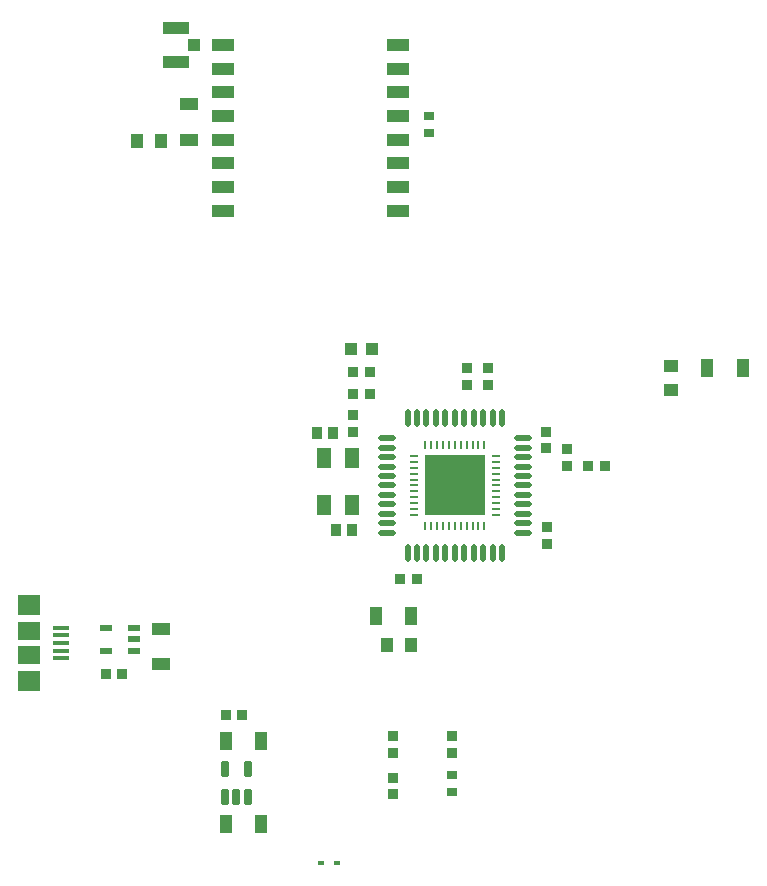
<source format=gtp>
G04*
G04 #@! TF.GenerationSoftware,Altium Limited,Altium Designer,20.2.7 (254)*
G04*
G04 Layer_Color=8421504*
%FSLAX25Y25*%
%MOIN*%
G70*
G04*
G04 #@! TF.SameCoordinates,A4FD2F15-25C4-4B7E-ACC4-4C6BACDD2ABF*
G04*
G04*
G04 #@! TF.FilePolarity,Positive*
G04*
G01*
G75*
%ADD15R,0.03937X0.06299*%
%ADD16R,0.04921X0.03937*%
%ADD17R,0.04724X0.07087*%
%ADD18R,0.03543X0.03937*%
%ADD19R,0.03347X0.03347*%
%ADD20R,0.03150X0.00984*%
%ADD21R,0.00984X0.03150*%
%ADD22O,0.02165X0.05906*%
%ADD23O,0.05906X0.02165*%
%ADD24R,0.20079X0.20079*%
%ADD25R,0.03543X0.02756*%
%ADD26R,0.03347X0.03347*%
%ADD27R,0.03937X0.04921*%
%ADD28R,0.01968X0.01575*%
G04:AMPARAMS|DCode=29|XSize=23.62mil|YSize=53.15mil|CornerRadius=1.77mil|HoleSize=0mil|Usage=FLASHONLY|Rotation=0.000|XOffset=0mil|YOffset=0mil|HoleType=Round|Shape=RoundedRectangle|*
%AMROUNDEDRECTD29*
21,1,0.02362,0.04961,0,0,0.0*
21,1,0.02008,0.05315,0,0,0.0*
1,1,0.00354,0.01004,-0.02480*
1,1,0.00354,-0.01004,-0.02480*
1,1,0.00354,-0.01004,0.02480*
1,1,0.00354,0.01004,0.02480*
%
%ADD29ROUNDEDRECTD29*%
%ADD30R,0.06299X0.03937*%
%ADD31R,0.03937X0.02362*%
%ADD32R,0.07480X0.07087*%
%ADD33R,0.07480X0.05906*%
%ADD34R,0.05315X0.01575*%
%ADD35R,0.07677X0.04134*%
%ADD36R,0.08661X0.04134*%
%ADD37R,0.04134X0.03937*%
%ADD38R,0.03937X0.03937*%
D15*
X243701Y179921D02*
D03*
X231890D02*
D03*
X121295Y97137D02*
D03*
X133106D02*
D03*
X83106Y27846D02*
D03*
X71295D02*
D03*
X83106Y55405D02*
D03*
X71295D02*
D03*
D16*
X219685Y180315D02*
D03*
Y172441D02*
D03*
D17*
X103972Y134145D02*
D03*
Y149893D02*
D03*
X113421D02*
D03*
Y134145D02*
D03*
D18*
X113323Y125877D02*
D03*
X108008D02*
D03*
X101673Y158268D02*
D03*
X106988D02*
D03*
D19*
X113815Y164067D02*
D03*
Y158555D02*
D03*
X151610Y174303D02*
D03*
Y179815D02*
D03*
X158697Y174303D02*
D03*
Y179815D02*
D03*
X146850Y51468D02*
D03*
Y56980D02*
D03*
X127165Y51468D02*
D03*
X127165Y56980D02*
D03*
X127165Y37795D02*
D03*
Y43307D02*
D03*
X178382Y126665D02*
D03*
Y121153D02*
D03*
X177988Y153043D02*
D03*
Y158555D02*
D03*
X185075Y152649D02*
D03*
Y147137D02*
D03*
D20*
X134090Y132767D02*
D03*
X134090Y130799D02*
D03*
Y150484D02*
D03*
Y148515D02*
D03*
Y146547D02*
D03*
Y144578D02*
D03*
Y142610D02*
D03*
X134090Y140641D02*
D03*
X134090Y138673D02*
D03*
Y136704D02*
D03*
X134090Y134736D02*
D03*
X161256Y148515D02*
D03*
Y150484D02*
D03*
Y130799D02*
D03*
Y132767D02*
D03*
Y134736D02*
D03*
Y136704D02*
D03*
Y138673D02*
D03*
Y140641D02*
D03*
Y142610D02*
D03*
Y144578D02*
D03*
Y146547D02*
D03*
D21*
X137831Y127059D02*
D03*
X139799D02*
D03*
X141768Y127059D02*
D03*
X143736Y127059D02*
D03*
X145705D02*
D03*
X147673Y127059D02*
D03*
X149642Y127059D02*
D03*
X151610D02*
D03*
X153579Y127059D02*
D03*
X137831Y154224D02*
D03*
X139799D02*
D03*
X141768Y154224D02*
D03*
X143736Y154224D02*
D03*
X145705D02*
D03*
X147673Y154224D02*
D03*
X149642Y154224D02*
D03*
X151610D02*
D03*
X153579Y154224D02*
D03*
X155547Y127059D02*
D03*
Y154224D02*
D03*
X157516Y127059D02*
D03*
X157516Y154224D02*
D03*
D22*
X163421Y163279D02*
D03*
X160272D02*
D03*
X157122D02*
D03*
X153972D02*
D03*
X150823D02*
D03*
X147673Y163279D02*
D03*
X144524Y163279D02*
D03*
X141374D02*
D03*
X138224D02*
D03*
X135075D02*
D03*
X131925D02*
D03*
X131925Y118003D02*
D03*
X135075D02*
D03*
X138224D02*
D03*
X141374Y118003D02*
D03*
X144524Y118003D02*
D03*
X147673Y118003D02*
D03*
X150823D02*
D03*
X153972D02*
D03*
X157122Y118003D02*
D03*
X160272D02*
D03*
X163421D02*
D03*
D23*
X125035Y156389D02*
D03*
Y153240D02*
D03*
Y150090D02*
D03*
Y146941D02*
D03*
Y143791D02*
D03*
Y140641D02*
D03*
Y137492D02*
D03*
Y134342D02*
D03*
Y131193D02*
D03*
Y128043D02*
D03*
Y124893D02*
D03*
X170311D02*
D03*
Y128043D02*
D03*
Y131193D02*
D03*
Y134342D02*
D03*
Y137492D02*
D03*
Y140641D02*
D03*
Y143791D02*
D03*
Y146941D02*
D03*
Y150090D02*
D03*
Y153240D02*
D03*
Y156389D02*
D03*
D24*
X147673Y140641D02*
D03*
D25*
X138976Y258268D02*
D03*
Y263779D02*
D03*
X146850Y44094D02*
D03*
Y38583D02*
D03*
D26*
X135075Y109342D02*
D03*
X129563D02*
D03*
X76807Y64066D02*
D03*
X71295D02*
D03*
X31389Y77917D02*
D03*
X36901D02*
D03*
X119327Y171153D02*
D03*
X113815D02*
D03*
Y178633D02*
D03*
X119327D02*
D03*
X192161Y147137D02*
D03*
X197673D02*
D03*
D27*
X133071Y87402D02*
D03*
X125197D02*
D03*
X41732Y255512D02*
D03*
X49606D02*
D03*
D28*
X103150Y14961D02*
D03*
X108268D02*
D03*
D29*
X71098Y46291D02*
D03*
X78579D02*
D03*
Y36960D02*
D03*
X74839D02*
D03*
X71098D02*
D03*
D30*
X49893Y81067D02*
D03*
X49893Y92878D02*
D03*
X59055Y267717D02*
D03*
Y255906D02*
D03*
D31*
X40838Y85595D02*
D03*
X40838Y89335D02*
D03*
X40838Y93075D02*
D03*
X31389D02*
D03*
X31389Y85595D02*
D03*
D32*
X5906Y75590D02*
D03*
Y100787D02*
D03*
D33*
Y84252D02*
D03*
Y92126D02*
D03*
D34*
X16437Y83071D02*
D03*
Y85630D02*
D03*
Y88189D02*
D03*
Y90748D02*
D03*
Y93307D02*
D03*
D35*
X128740Y232283D02*
D03*
Y240158D02*
D03*
Y248031D02*
D03*
Y255906D02*
D03*
Y263779D02*
D03*
Y271654D02*
D03*
Y279527D02*
D03*
Y287402D02*
D03*
X70472D02*
D03*
Y279527D02*
D03*
Y271654D02*
D03*
Y263779D02*
D03*
Y255906D02*
D03*
Y248031D02*
D03*
Y240158D02*
D03*
Y232283D02*
D03*
D36*
X54724Y293307D02*
D03*
Y281693D02*
D03*
D37*
X60728Y287500D02*
D03*
D38*
X120114Y186114D02*
D03*
X113028D02*
D03*
M02*

</source>
